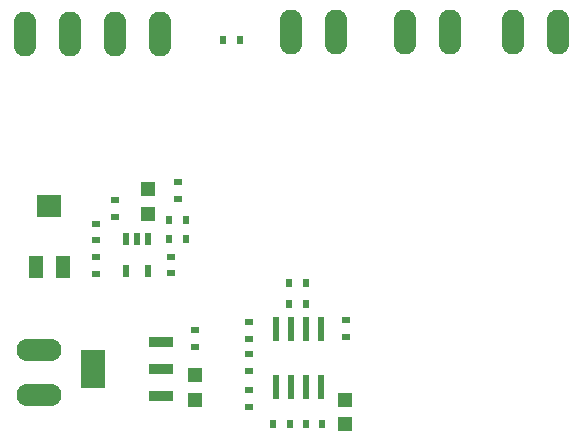
<source format=gtp>
G04 #@! TF.GenerationSoftware,KiCad,Pcbnew,(5.1.0)-1*
G04 #@! TF.CreationDate,2019-04-13T18:44:09-04:00*
G04 #@! TF.ProjectId,SCH1110 - IO Module PCB,53434831-3131-4302-902d-20494f204d6f,-*
G04 #@! TF.SameCoordinates,Original*
G04 #@! TF.FileFunction,Paste,Top*
G04 #@! TF.FilePolarity,Positive*
%FSLAX46Y46*%
G04 Gerber Fmt 4.6, Leading zero omitted, Abs format (unit mm)*
G04 Created by KiCad (PCBNEW (5.1.0)-1) date 2019-04-13 18:44:09*
%MOMM*%
%LPD*%
G04 APERTURE LIST*
%ADD10O,3.810000X1.905000*%
%ADD11R,1.200000X1.200000*%
%ADD12R,0.800000X0.600000*%
%ADD13O,1.905000X3.810000*%
%ADD14R,0.600000X0.800000*%
%ADD15R,1.300000X1.900000*%
%ADD16R,2.000000X1.900000*%
%ADD17R,0.600000X2.000000*%
%ADD18R,0.600000X1.050000*%
%ADD19R,2.150000X0.950000*%
%ADD20R,2.150000X3.250000*%
G04 APERTURE END LIST*
D10*
X105283000Y-86868000D03*
X105283000Y-83058000D03*
D11*
X131191000Y-89315000D03*
X131191000Y-87215000D03*
D12*
X117094000Y-68831000D03*
X117094000Y-70231000D03*
D11*
X114554000Y-69401000D03*
X114554000Y-71501000D03*
D12*
X110109000Y-75181000D03*
X110109000Y-76581000D03*
D11*
X118491000Y-87249000D03*
X118491000Y-85149000D03*
D12*
X118491000Y-82742000D03*
X118491000Y-81342000D03*
X116459000Y-75119000D03*
X116459000Y-76519000D03*
X123063000Y-82045000D03*
X123063000Y-80645000D03*
D13*
X130429000Y-56134000D03*
X126619000Y-56134000D03*
X145415000Y-56134000D03*
X149225000Y-56134000D03*
X136271000Y-56134000D03*
X140081000Y-56134000D03*
X115570000Y-56261000D03*
X111760000Y-56261000D03*
X107950000Y-56261000D03*
X104140000Y-56261000D03*
D14*
X120901000Y-56769000D03*
X122301000Y-56769000D03*
X127889000Y-77343000D03*
X126489000Y-77343000D03*
D12*
X131318000Y-80518000D03*
X131318000Y-81918000D03*
D14*
X117729000Y-73660000D03*
X116329000Y-73660000D03*
X117732000Y-72009000D03*
X116332000Y-72009000D03*
D12*
X111760000Y-70358000D03*
X111760000Y-71758000D03*
X110109000Y-73725000D03*
X110109000Y-72325000D03*
X123063000Y-83374000D03*
X123063000Y-84774000D03*
X123063000Y-86422000D03*
X123063000Y-87822000D03*
D14*
X127886000Y-89281000D03*
X129286000Y-89281000D03*
X125157000Y-89281000D03*
X126557000Y-89281000D03*
D15*
X105022000Y-75966000D03*
D16*
X106172000Y-70866000D03*
D15*
X107322000Y-75966000D03*
D17*
X125349000Y-86143000D03*
X126619000Y-86143000D03*
X129159000Y-86143000D03*
X129159000Y-81243000D03*
X127889000Y-81243000D03*
X126619000Y-81243000D03*
X125349000Y-81243000D03*
X127889000Y-86143000D03*
D18*
X114568000Y-76346000D03*
X112668000Y-76346000D03*
X112668000Y-73646000D03*
X113618000Y-73646000D03*
X114568000Y-73646000D03*
D19*
X115676000Y-82303000D03*
X115676000Y-84603000D03*
X115676000Y-86903000D03*
D20*
X109876000Y-84603000D03*
D14*
X127889000Y-79121000D03*
X126489000Y-79121000D03*
M02*

</source>
